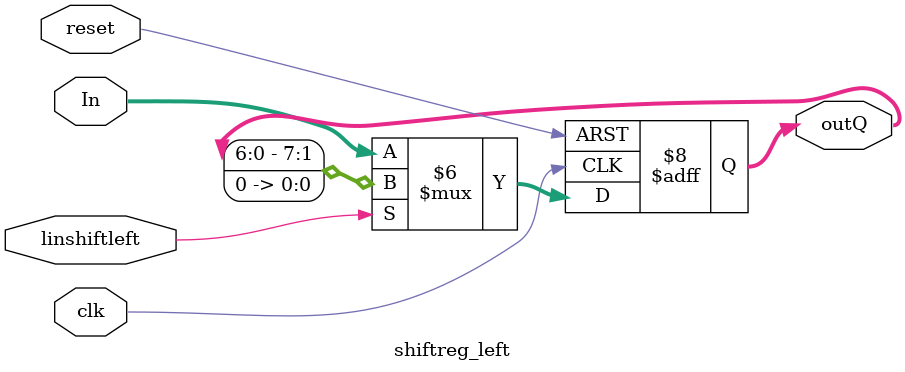
<source format=v>
module shiftreg_left(
    input [7:0] In,
    input clk,
    input reset,
    input linshiftleft,
    output reg [7:0] outQ
);

always @(posedge clk or negedge reset) begin
    if (reset == 1'b0) begin
        outQ <= 8'b00000000;  
    end
    else if (linshiftleft == 1'b1) begin
        outQ <= outQ << 1;  
    end
    else begin
        outQ <= In;  
    end
end

endmodule
</source>
